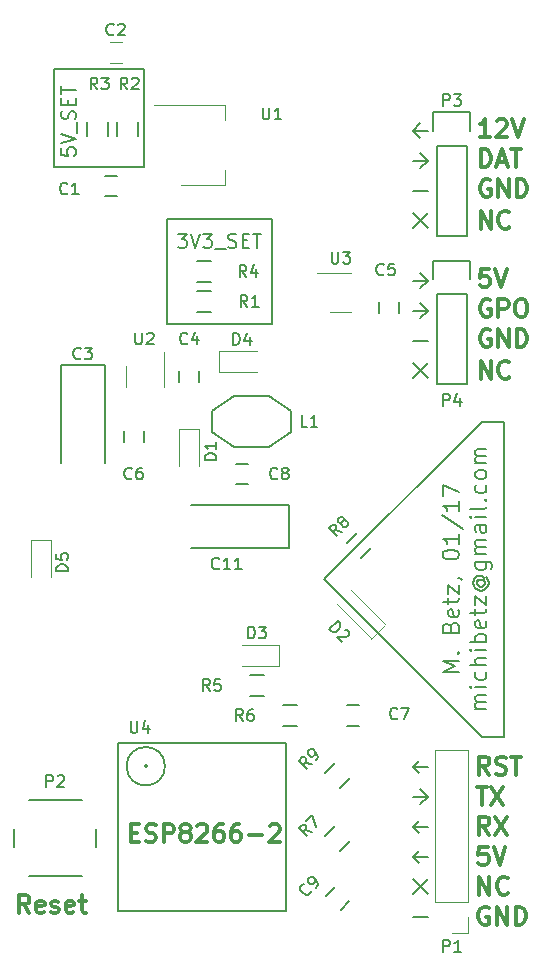
<source format=gbr>
G04 #@! TF.GenerationSoftware,KiCad,Pcbnew,no-vcs-found-7434~57~ubuntu16.04.1*
G04 #@! TF.CreationDate,2017-01-15T22:22:22-08:00*
G04 #@! TF.ProjectId,indLight,696E644C696768742E6B696361645F70,rev?*
G04 #@! TF.FileFunction,Legend,Top*
G04 #@! TF.FilePolarity,Positive*
%FSLAX46Y46*%
G04 Gerber Fmt 4.6, Leading zero omitted, Abs format (unit mm)*
G04 Created by KiCad (PCBNEW no-vcs-found-7434~57~ubuntu16.04.1) date Sun Jan 15 22:22:22 2017*
%MOMM*%
%LPD*%
G01*
G04 APERTURE LIST*
%ADD10C,0.100000*%
%ADD11C,0.200000*%
%ADD12C,0.300000*%
%ADD13C,0.120000*%
%ADD14C,0.150000*%
G04 APERTURE END LIST*
D10*
D11*
X91440000Y-85090000D02*
X93345000Y-85090000D01*
X91440000Y-111760000D02*
X93345000Y-111760000D01*
X85598000Y-127000000D02*
X86868000Y-127000000D01*
X85598000Y-114300000D02*
X86106000Y-114808000D01*
X85598000Y-114300000D02*
X86106000Y-113792000D01*
X85590000Y-114300000D02*
X86860000Y-114300000D01*
X85598000Y-121920000D02*
X86106000Y-122428000D01*
X85598000Y-121920000D02*
X86106000Y-121412000D01*
X85590000Y-121920000D02*
X86860000Y-121920000D01*
X85598000Y-119380000D02*
X86106000Y-118872000D01*
X85598000Y-119380000D02*
X86106000Y-119888000D01*
X85590000Y-123825000D02*
X86860000Y-125095000D01*
X86860000Y-116840000D02*
X86225000Y-117475000D01*
X85590000Y-119380000D02*
X86860000Y-119380000D01*
X85590000Y-125095000D02*
X86860000Y-123825000D01*
X85590000Y-116840000D02*
X86860000Y-116840000D01*
X86860000Y-116840000D02*
X86225000Y-116205000D01*
X86860000Y-75692000D02*
X86225000Y-76327000D01*
X85590000Y-62992000D02*
X86860000Y-62992000D01*
X85590000Y-73152000D02*
X86860000Y-73152000D01*
X85590000Y-67437000D02*
X86860000Y-68707000D01*
X85590000Y-78232000D02*
X86860000Y-78232000D01*
X86860000Y-60452000D02*
X85590000Y-60452000D01*
X85590000Y-81407000D02*
X86860000Y-80137000D01*
X85590000Y-60452000D02*
X86225000Y-59817000D01*
X86860000Y-62992000D02*
X86225000Y-63627000D01*
X85590000Y-68707000D02*
X86860000Y-67437000D01*
X85590000Y-60452000D02*
X86225000Y-61087000D01*
X86860000Y-73152000D02*
X86225000Y-72517000D01*
X86860000Y-62992000D02*
X86225000Y-62357000D01*
X86860000Y-75692000D02*
X86225000Y-75057000D01*
X86860000Y-73152000D02*
X86225000Y-73787000D01*
X85590000Y-80137000D02*
X86860000Y-81407000D01*
X85590000Y-65532000D02*
X86860000Y-65532000D01*
X85590000Y-75692000D02*
X86860000Y-75692000D01*
D12*
X91357142Y-68750571D02*
X91357142Y-67250571D01*
X92214285Y-68750571D01*
X92214285Y-67250571D01*
X93785714Y-68607714D02*
X93714285Y-68679142D01*
X93500000Y-68750571D01*
X93357142Y-68750571D01*
X93142857Y-68679142D01*
X93000000Y-68536285D01*
X92928571Y-68393428D01*
X92857142Y-68107714D01*
X92857142Y-67893428D01*
X92928571Y-67607714D01*
X93000000Y-67464857D01*
X93142857Y-67322000D01*
X93357142Y-67250571D01*
X93500000Y-67250571D01*
X93714285Y-67322000D01*
X93785714Y-67393428D01*
X91357142Y-81450571D02*
X91357142Y-79950571D01*
X92214285Y-81450571D01*
X92214285Y-79950571D01*
X93785714Y-81307714D02*
X93714285Y-81379142D01*
X93500000Y-81450571D01*
X93357142Y-81450571D01*
X93142857Y-81379142D01*
X93000000Y-81236285D01*
X92928571Y-81093428D01*
X92857142Y-80807714D01*
X92857142Y-80593428D01*
X92928571Y-80307714D01*
X93000000Y-80164857D01*
X93142857Y-80022000D01*
X93357142Y-79950571D01*
X93500000Y-79950571D01*
X93714285Y-80022000D01*
X93785714Y-80093428D01*
X92087285Y-114978571D02*
X91587285Y-114264285D01*
X91230142Y-114978571D02*
X91230142Y-113478571D01*
X91801571Y-113478571D01*
X91944428Y-113550000D01*
X92015857Y-113621428D01*
X92087285Y-113764285D01*
X92087285Y-113978571D01*
X92015857Y-114121428D01*
X91944428Y-114192857D01*
X91801571Y-114264285D01*
X91230142Y-114264285D01*
X92658714Y-114907142D02*
X92873000Y-114978571D01*
X93230142Y-114978571D01*
X93373000Y-114907142D01*
X93444428Y-114835714D01*
X93515857Y-114692857D01*
X93515857Y-114550000D01*
X93444428Y-114407142D01*
X93373000Y-114335714D01*
X93230142Y-114264285D01*
X92944428Y-114192857D01*
X92801571Y-114121428D01*
X92730142Y-114050000D01*
X92658714Y-113907142D01*
X92658714Y-113764285D01*
X92730142Y-113621428D01*
X92801571Y-113550000D01*
X92944428Y-113478571D01*
X93301571Y-113478571D01*
X93515857Y-113550000D01*
X93944428Y-113478571D02*
X94801571Y-113478571D01*
X94373000Y-114978571D02*
X94373000Y-113478571D01*
X91015857Y-116018571D02*
X91873000Y-116018571D01*
X91444428Y-117518571D02*
X91444428Y-116018571D01*
X92230142Y-116018571D02*
X93230142Y-117518571D01*
X93230142Y-116018571D02*
X92230142Y-117518571D01*
X92087285Y-120058571D02*
X91587285Y-119344285D01*
X91230142Y-120058571D02*
X91230142Y-118558571D01*
X91801571Y-118558571D01*
X91944428Y-118630000D01*
X92015857Y-118701428D01*
X92087285Y-118844285D01*
X92087285Y-119058571D01*
X92015857Y-119201428D01*
X91944428Y-119272857D01*
X91801571Y-119344285D01*
X91230142Y-119344285D01*
X92587285Y-118558571D02*
X93587285Y-120058571D01*
X93587285Y-118558571D02*
X92587285Y-120058571D01*
X91944428Y-121098571D02*
X91230142Y-121098571D01*
X91158714Y-121812857D01*
X91230142Y-121741428D01*
X91373000Y-121670000D01*
X91730142Y-121670000D01*
X91873000Y-121741428D01*
X91944428Y-121812857D01*
X92015857Y-121955714D01*
X92015857Y-122312857D01*
X91944428Y-122455714D01*
X91873000Y-122527142D01*
X91730142Y-122598571D01*
X91373000Y-122598571D01*
X91230142Y-122527142D01*
X91158714Y-122455714D01*
X92444428Y-121098571D02*
X92944428Y-122598571D01*
X93444428Y-121098571D01*
X91230142Y-125138571D02*
X91230142Y-123638571D01*
X92087285Y-125138571D01*
X92087285Y-123638571D01*
X93658714Y-124995714D02*
X93587285Y-125067142D01*
X93373000Y-125138571D01*
X93230142Y-125138571D01*
X93015857Y-125067142D01*
X92873000Y-124924285D01*
X92801571Y-124781428D01*
X92730142Y-124495714D01*
X92730142Y-124281428D01*
X92801571Y-123995714D01*
X92873000Y-123852857D01*
X93015857Y-123710000D01*
X93230142Y-123638571D01*
X93373000Y-123638571D01*
X93587285Y-123710000D01*
X93658714Y-123781428D01*
X92015857Y-126250000D02*
X91873000Y-126178571D01*
X91658714Y-126178571D01*
X91444428Y-126250000D01*
X91301571Y-126392857D01*
X91230142Y-126535714D01*
X91158714Y-126821428D01*
X91158714Y-127035714D01*
X91230142Y-127321428D01*
X91301571Y-127464285D01*
X91444428Y-127607142D01*
X91658714Y-127678571D01*
X91801571Y-127678571D01*
X92015857Y-127607142D01*
X92087285Y-127535714D01*
X92087285Y-127035714D01*
X91801571Y-127035714D01*
X92730142Y-127678571D02*
X92730142Y-126178571D01*
X93587285Y-127678571D01*
X93587285Y-126178571D01*
X94301571Y-127678571D02*
X94301571Y-126178571D01*
X94658714Y-126178571D01*
X94873000Y-126250000D01*
X95015857Y-126392857D01*
X95087285Y-126535714D01*
X95158714Y-126821428D01*
X95158714Y-127035714D01*
X95087285Y-127321428D01*
X95015857Y-127464285D01*
X94873000Y-127607142D01*
X94658714Y-127678571D01*
X94301571Y-127678571D01*
D11*
X65700714Y-69192857D02*
X66443571Y-69192857D01*
X66043571Y-69650000D01*
X66215000Y-69650000D01*
X66329285Y-69707142D01*
X66386428Y-69764285D01*
X66443571Y-69878571D01*
X66443571Y-70164285D01*
X66386428Y-70278571D01*
X66329285Y-70335714D01*
X66215000Y-70392857D01*
X65872142Y-70392857D01*
X65757857Y-70335714D01*
X65700714Y-70278571D01*
X66786428Y-69192857D02*
X67186428Y-70392857D01*
X67586428Y-69192857D01*
X67872142Y-69192857D02*
X68615000Y-69192857D01*
X68215000Y-69650000D01*
X68386428Y-69650000D01*
X68500714Y-69707142D01*
X68557857Y-69764285D01*
X68615000Y-69878571D01*
X68615000Y-70164285D01*
X68557857Y-70278571D01*
X68500714Y-70335714D01*
X68386428Y-70392857D01*
X68043571Y-70392857D01*
X67929285Y-70335714D01*
X67872142Y-70278571D01*
X68843571Y-70507142D02*
X69757857Y-70507142D01*
X69986428Y-70335714D02*
X70157857Y-70392857D01*
X70443571Y-70392857D01*
X70557857Y-70335714D01*
X70615000Y-70278571D01*
X70672142Y-70164285D01*
X70672142Y-70050000D01*
X70615000Y-69935714D01*
X70557857Y-69878571D01*
X70443571Y-69821428D01*
X70215000Y-69764285D01*
X70100714Y-69707142D01*
X70043571Y-69650000D01*
X69986428Y-69535714D01*
X69986428Y-69421428D01*
X70043571Y-69307142D01*
X70100714Y-69250000D01*
X70215000Y-69192857D01*
X70500714Y-69192857D01*
X70672142Y-69250000D01*
X71186428Y-69764285D02*
X71586428Y-69764285D01*
X71757857Y-70392857D02*
X71186428Y-70392857D01*
X71186428Y-69192857D01*
X71757857Y-69192857D01*
X72100714Y-69192857D02*
X72786428Y-69192857D01*
X72443571Y-70392857D02*
X72443571Y-69192857D01*
X55857857Y-61947142D02*
X55857857Y-62518571D01*
X56429285Y-62575714D01*
X56372142Y-62518571D01*
X56315000Y-62404285D01*
X56315000Y-62118571D01*
X56372142Y-62004285D01*
X56429285Y-61947142D01*
X56543571Y-61890000D01*
X56829285Y-61890000D01*
X56943571Y-61947142D01*
X57000714Y-62004285D01*
X57057857Y-62118571D01*
X57057857Y-62404285D01*
X57000714Y-62518571D01*
X56943571Y-62575714D01*
X55857857Y-61547142D02*
X57057857Y-61147142D01*
X55857857Y-60747142D01*
X57172142Y-60632857D02*
X57172142Y-59718571D01*
X57000714Y-59490000D02*
X57057857Y-59318571D01*
X57057857Y-59032857D01*
X57000714Y-58918571D01*
X56943571Y-58861428D01*
X56829285Y-58804285D01*
X56715000Y-58804285D01*
X56600714Y-58861428D01*
X56543571Y-58918571D01*
X56486428Y-59032857D01*
X56429285Y-59261428D01*
X56372142Y-59375714D01*
X56315000Y-59432857D01*
X56200714Y-59490000D01*
X56086428Y-59490000D01*
X55972142Y-59432857D01*
X55915000Y-59375714D01*
X55857857Y-59261428D01*
X55857857Y-58975714D01*
X55915000Y-58804285D01*
X56429285Y-58290000D02*
X56429285Y-57890000D01*
X57057857Y-57718571D02*
X57057857Y-58290000D01*
X55857857Y-58290000D01*
X55857857Y-57718571D01*
X55857857Y-57375714D02*
X55857857Y-56690000D01*
X57057857Y-57032857D02*
X55857857Y-57032857D01*
X62865000Y-63500000D02*
X62865000Y-55245000D01*
X55245000Y-63500000D02*
X62865000Y-63500000D01*
X55245000Y-55245000D02*
X55245000Y-63500000D01*
X62865000Y-55245000D02*
X55245000Y-55245000D01*
D12*
X53142857Y-126678571D02*
X52642857Y-125964285D01*
X52285714Y-126678571D02*
X52285714Y-125178571D01*
X52857142Y-125178571D01*
X53000000Y-125250000D01*
X53071428Y-125321428D01*
X53142857Y-125464285D01*
X53142857Y-125678571D01*
X53071428Y-125821428D01*
X53000000Y-125892857D01*
X52857142Y-125964285D01*
X52285714Y-125964285D01*
X54357142Y-126607142D02*
X54214285Y-126678571D01*
X53928571Y-126678571D01*
X53785714Y-126607142D01*
X53714285Y-126464285D01*
X53714285Y-125892857D01*
X53785714Y-125750000D01*
X53928571Y-125678571D01*
X54214285Y-125678571D01*
X54357142Y-125750000D01*
X54428571Y-125892857D01*
X54428571Y-126035714D01*
X53714285Y-126178571D01*
X55000000Y-126607142D02*
X55142857Y-126678571D01*
X55428571Y-126678571D01*
X55571428Y-126607142D01*
X55642857Y-126464285D01*
X55642857Y-126392857D01*
X55571428Y-126250000D01*
X55428571Y-126178571D01*
X55214285Y-126178571D01*
X55071428Y-126107142D01*
X55000000Y-125964285D01*
X55000000Y-125892857D01*
X55071428Y-125750000D01*
X55214285Y-125678571D01*
X55428571Y-125678571D01*
X55571428Y-125750000D01*
X56857142Y-126607142D02*
X56714285Y-126678571D01*
X56428571Y-126678571D01*
X56285714Y-126607142D01*
X56214285Y-126464285D01*
X56214285Y-125892857D01*
X56285714Y-125750000D01*
X56428571Y-125678571D01*
X56714285Y-125678571D01*
X56857142Y-125750000D01*
X56928571Y-125892857D01*
X56928571Y-126035714D01*
X56214285Y-126178571D01*
X57357142Y-125678571D02*
X57928571Y-125678571D01*
X57571428Y-125178571D02*
X57571428Y-126464285D01*
X57642857Y-126607142D01*
X57785714Y-126678571D01*
X57928571Y-126678571D01*
X61714285Y-119892857D02*
X62214285Y-119892857D01*
X62428571Y-120678571D02*
X61714285Y-120678571D01*
X61714285Y-119178571D01*
X62428571Y-119178571D01*
X63000000Y-120607142D02*
X63214285Y-120678571D01*
X63571428Y-120678571D01*
X63714285Y-120607142D01*
X63785714Y-120535714D01*
X63857142Y-120392857D01*
X63857142Y-120250000D01*
X63785714Y-120107142D01*
X63714285Y-120035714D01*
X63571428Y-119964285D01*
X63285714Y-119892857D01*
X63142857Y-119821428D01*
X63071428Y-119750000D01*
X63000000Y-119607142D01*
X63000000Y-119464285D01*
X63071428Y-119321428D01*
X63142857Y-119250000D01*
X63285714Y-119178571D01*
X63642857Y-119178571D01*
X63857142Y-119250000D01*
X64500000Y-120678571D02*
X64500000Y-119178571D01*
X65071428Y-119178571D01*
X65214285Y-119250000D01*
X65285714Y-119321428D01*
X65357142Y-119464285D01*
X65357142Y-119678571D01*
X65285714Y-119821428D01*
X65214285Y-119892857D01*
X65071428Y-119964285D01*
X64500000Y-119964285D01*
X66214285Y-119821428D02*
X66071428Y-119750000D01*
X66000000Y-119678571D01*
X65928571Y-119535714D01*
X65928571Y-119464285D01*
X66000000Y-119321428D01*
X66071428Y-119250000D01*
X66214285Y-119178571D01*
X66500000Y-119178571D01*
X66642857Y-119250000D01*
X66714285Y-119321428D01*
X66785714Y-119464285D01*
X66785714Y-119535714D01*
X66714285Y-119678571D01*
X66642857Y-119750000D01*
X66500000Y-119821428D01*
X66214285Y-119821428D01*
X66071428Y-119892857D01*
X66000000Y-119964285D01*
X65928571Y-120107142D01*
X65928571Y-120392857D01*
X66000000Y-120535714D01*
X66071428Y-120607142D01*
X66214285Y-120678571D01*
X66500000Y-120678571D01*
X66642857Y-120607142D01*
X66714285Y-120535714D01*
X66785714Y-120392857D01*
X66785714Y-120107142D01*
X66714285Y-119964285D01*
X66642857Y-119892857D01*
X66500000Y-119821428D01*
X67357142Y-119321428D02*
X67428571Y-119250000D01*
X67571428Y-119178571D01*
X67928571Y-119178571D01*
X68071428Y-119250000D01*
X68142857Y-119321428D01*
X68214285Y-119464285D01*
X68214285Y-119607142D01*
X68142857Y-119821428D01*
X67285714Y-120678571D01*
X68214285Y-120678571D01*
X69500000Y-119178571D02*
X69214285Y-119178571D01*
X69071428Y-119250000D01*
X69000000Y-119321428D01*
X68857142Y-119535714D01*
X68785714Y-119821428D01*
X68785714Y-120392857D01*
X68857142Y-120535714D01*
X68928571Y-120607142D01*
X69071428Y-120678571D01*
X69357142Y-120678571D01*
X69500000Y-120607142D01*
X69571428Y-120535714D01*
X69642857Y-120392857D01*
X69642857Y-120035714D01*
X69571428Y-119892857D01*
X69500000Y-119821428D01*
X69357142Y-119750000D01*
X69071428Y-119750000D01*
X68928571Y-119821428D01*
X68857142Y-119892857D01*
X68785714Y-120035714D01*
X70928571Y-119178571D02*
X70642857Y-119178571D01*
X70500000Y-119250000D01*
X70428571Y-119321428D01*
X70285714Y-119535714D01*
X70214285Y-119821428D01*
X70214285Y-120392857D01*
X70285714Y-120535714D01*
X70357142Y-120607142D01*
X70500000Y-120678571D01*
X70785714Y-120678571D01*
X70928571Y-120607142D01*
X71000000Y-120535714D01*
X71071428Y-120392857D01*
X71071428Y-120035714D01*
X71000000Y-119892857D01*
X70928571Y-119821428D01*
X70785714Y-119750000D01*
X70500000Y-119750000D01*
X70357142Y-119821428D01*
X70285714Y-119892857D01*
X70214285Y-120035714D01*
X71714285Y-120107142D02*
X72857142Y-120107142D01*
X73500000Y-119321428D02*
X73571428Y-119250000D01*
X73714285Y-119178571D01*
X74071428Y-119178571D01*
X74214285Y-119250000D01*
X74285714Y-119321428D01*
X74357142Y-119464285D01*
X74357142Y-119607142D01*
X74285714Y-119821428D01*
X73428571Y-120678571D01*
X74357142Y-120678571D01*
D11*
X91440000Y-85090000D02*
X78105000Y-98425000D01*
X91440000Y-111760000D02*
X78105000Y-98425000D01*
X93345000Y-85090000D02*
X93345000Y-111760000D01*
X89533333Y-106291666D02*
X88133333Y-106291666D01*
X89133333Y-105825000D01*
X88133333Y-105358333D01*
X89533333Y-105358333D01*
X89400000Y-104691666D02*
X89466666Y-104625000D01*
X89533333Y-104691666D01*
X89466666Y-104758333D01*
X89400000Y-104691666D01*
X89533333Y-104691666D01*
X88800000Y-102491666D02*
X88866666Y-102291666D01*
X88933333Y-102225000D01*
X89066666Y-102158333D01*
X89266666Y-102158333D01*
X89400000Y-102225000D01*
X89466666Y-102291666D01*
X89533333Y-102425000D01*
X89533333Y-102958333D01*
X88133333Y-102958333D01*
X88133333Y-102491666D01*
X88200000Y-102358333D01*
X88266666Y-102291666D01*
X88400000Y-102225000D01*
X88533333Y-102225000D01*
X88666666Y-102291666D01*
X88733333Y-102358333D01*
X88800000Y-102491666D01*
X88800000Y-102958333D01*
X89466666Y-101025000D02*
X89533333Y-101158333D01*
X89533333Y-101425000D01*
X89466666Y-101558333D01*
X89333333Y-101625000D01*
X88800000Y-101625000D01*
X88666666Y-101558333D01*
X88600000Y-101425000D01*
X88600000Y-101158333D01*
X88666666Y-101025000D01*
X88800000Y-100958333D01*
X88933333Y-100958333D01*
X89066666Y-101625000D01*
X88600000Y-100558333D02*
X88600000Y-100025000D01*
X88133333Y-100358333D02*
X89333333Y-100358333D01*
X89466666Y-100291666D01*
X89533333Y-100158333D01*
X89533333Y-100025000D01*
X88600000Y-99691666D02*
X88600000Y-98958333D01*
X89533333Y-99691666D01*
X89533333Y-98958333D01*
X89466666Y-98358333D02*
X89533333Y-98358333D01*
X89666666Y-98425000D01*
X89733333Y-98491666D01*
X88133333Y-96425000D02*
X88133333Y-96291666D01*
X88200000Y-96158333D01*
X88266666Y-96091666D01*
X88400000Y-96025000D01*
X88666666Y-95958333D01*
X89000000Y-95958333D01*
X89266666Y-96025000D01*
X89400000Y-96091666D01*
X89466666Y-96158333D01*
X89533333Y-96291666D01*
X89533333Y-96425000D01*
X89466666Y-96558333D01*
X89400000Y-96625000D01*
X89266666Y-96691666D01*
X89000000Y-96758333D01*
X88666666Y-96758333D01*
X88400000Y-96691666D01*
X88266666Y-96625000D01*
X88200000Y-96558333D01*
X88133333Y-96425000D01*
X89533333Y-94625000D02*
X89533333Y-95425000D01*
X89533333Y-95025000D02*
X88133333Y-95025000D01*
X88333333Y-95158333D01*
X88466666Y-95291666D01*
X88533333Y-95425000D01*
X88066666Y-93025000D02*
X89866666Y-94225000D01*
X89533333Y-91825000D02*
X89533333Y-92625000D01*
X89533333Y-92225000D02*
X88133333Y-92225000D01*
X88333333Y-92358333D01*
X88466666Y-92491666D01*
X88533333Y-92625000D01*
X88133333Y-91358333D02*
X88133333Y-90425000D01*
X89533333Y-91025000D01*
X91833333Y-109425000D02*
X90900000Y-109425000D01*
X91033333Y-109425000D02*
X90966666Y-109358333D01*
X90900000Y-109225000D01*
X90900000Y-109025000D01*
X90966666Y-108891666D01*
X91100000Y-108825000D01*
X91833333Y-108825000D01*
X91100000Y-108825000D02*
X90966666Y-108758333D01*
X90900000Y-108625000D01*
X90900000Y-108425000D01*
X90966666Y-108291666D01*
X91100000Y-108225000D01*
X91833333Y-108225000D01*
X91833333Y-107558333D02*
X90900000Y-107558333D01*
X90433333Y-107558333D02*
X90500000Y-107625000D01*
X90566666Y-107558333D01*
X90500000Y-107491666D01*
X90433333Y-107558333D01*
X90566666Y-107558333D01*
X91766666Y-106291666D02*
X91833333Y-106425000D01*
X91833333Y-106691666D01*
X91766666Y-106825000D01*
X91700000Y-106891666D01*
X91566666Y-106958333D01*
X91166666Y-106958333D01*
X91033333Y-106891666D01*
X90966666Y-106825000D01*
X90900000Y-106691666D01*
X90900000Y-106425000D01*
X90966666Y-106291666D01*
X91833333Y-105691666D02*
X90433333Y-105691666D01*
X91833333Y-105091666D02*
X91100000Y-105091666D01*
X90966666Y-105158333D01*
X90900000Y-105291666D01*
X90900000Y-105491666D01*
X90966666Y-105625000D01*
X91033333Y-105691666D01*
X91833333Y-104425000D02*
X90900000Y-104425000D01*
X90433333Y-104425000D02*
X90500000Y-104491666D01*
X90566666Y-104425000D01*
X90500000Y-104358333D01*
X90433333Y-104425000D01*
X90566666Y-104425000D01*
X91833333Y-103758333D02*
X90433333Y-103758333D01*
X90966666Y-103758333D02*
X90900000Y-103625000D01*
X90900000Y-103358333D01*
X90966666Y-103225000D01*
X91033333Y-103158333D01*
X91166666Y-103091666D01*
X91566666Y-103091666D01*
X91700000Y-103158333D01*
X91766666Y-103225000D01*
X91833333Y-103358333D01*
X91833333Y-103625000D01*
X91766666Y-103758333D01*
X91766666Y-101958333D02*
X91833333Y-102091666D01*
X91833333Y-102358333D01*
X91766666Y-102491666D01*
X91633333Y-102558333D01*
X91100000Y-102558333D01*
X90966666Y-102491666D01*
X90900000Y-102358333D01*
X90900000Y-102091666D01*
X90966666Y-101958333D01*
X91100000Y-101891666D01*
X91233333Y-101891666D01*
X91366666Y-102558333D01*
X90900000Y-101491666D02*
X90900000Y-100958333D01*
X90433333Y-101291666D02*
X91633333Y-101291666D01*
X91766666Y-101225000D01*
X91833333Y-101091666D01*
X91833333Y-100958333D01*
X90900000Y-100625000D02*
X90900000Y-99891666D01*
X91833333Y-100625000D01*
X91833333Y-99891666D01*
X91166666Y-98491666D02*
X91100000Y-98558333D01*
X91033333Y-98691666D01*
X91033333Y-98825000D01*
X91100000Y-98958333D01*
X91166666Y-99025000D01*
X91300000Y-99091666D01*
X91433333Y-99091666D01*
X91566666Y-99025000D01*
X91633333Y-98958333D01*
X91700000Y-98825000D01*
X91700000Y-98691666D01*
X91633333Y-98558333D01*
X91566666Y-98491666D01*
X91033333Y-98491666D02*
X91566666Y-98491666D01*
X91633333Y-98425000D01*
X91633333Y-98358333D01*
X91566666Y-98225000D01*
X91433333Y-98158333D01*
X91100000Y-98158333D01*
X90900000Y-98291666D01*
X90766666Y-98491666D01*
X90700000Y-98758333D01*
X90766666Y-99025000D01*
X90900000Y-99225000D01*
X91100000Y-99358333D01*
X91366666Y-99425000D01*
X91633333Y-99358333D01*
X91833333Y-99225000D01*
X91966666Y-99025000D01*
X92033333Y-98758333D01*
X91966666Y-98491666D01*
X91833333Y-98291666D01*
X90900000Y-96958333D02*
X92033333Y-96958333D01*
X92166666Y-97025000D01*
X92233333Y-97091666D01*
X92300000Y-97225000D01*
X92300000Y-97425000D01*
X92233333Y-97558333D01*
X91766666Y-96958333D02*
X91833333Y-97091666D01*
X91833333Y-97358333D01*
X91766666Y-97491666D01*
X91700000Y-97558333D01*
X91566666Y-97625000D01*
X91166666Y-97625000D01*
X91033333Y-97558333D01*
X90966666Y-97491666D01*
X90900000Y-97358333D01*
X90900000Y-97091666D01*
X90966666Y-96958333D01*
X91833333Y-96291666D02*
X90900000Y-96291666D01*
X91033333Y-96291666D02*
X90966666Y-96225000D01*
X90900000Y-96091666D01*
X90900000Y-95891666D01*
X90966666Y-95758333D01*
X91100000Y-95691666D01*
X91833333Y-95691666D01*
X91100000Y-95691666D02*
X90966666Y-95625000D01*
X90900000Y-95491666D01*
X90900000Y-95291666D01*
X90966666Y-95158333D01*
X91100000Y-95091666D01*
X91833333Y-95091666D01*
X91833333Y-93825000D02*
X91100000Y-93825000D01*
X90966666Y-93891666D01*
X90900000Y-94025000D01*
X90900000Y-94291666D01*
X90966666Y-94425000D01*
X91766666Y-93825000D02*
X91833333Y-93958333D01*
X91833333Y-94291666D01*
X91766666Y-94425000D01*
X91633333Y-94491666D01*
X91500000Y-94491666D01*
X91366666Y-94425000D01*
X91300000Y-94291666D01*
X91300000Y-93958333D01*
X91233333Y-93825000D01*
X91833333Y-93158333D02*
X90900000Y-93158333D01*
X90433333Y-93158333D02*
X90500000Y-93225000D01*
X90566666Y-93158333D01*
X90500000Y-93091666D01*
X90433333Y-93158333D01*
X90566666Y-93158333D01*
X91833333Y-92291666D02*
X91766666Y-92425000D01*
X91633333Y-92491666D01*
X90433333Y-92491666D01*
X91700000Y-91758333D02*
X91766666Y-91691666D01*
X91833333Y-91758333D01*
X91766666Y-91825000D01*
X91700000Y-91758333D01*
X91833333Y-91758333D01*
X91766666Y-90491666D02*
X91833333Y-90625000D01*
X91833333Y-90891666D01*
X91766666Y-91025000D01*
X91700000Y-91091666D01*
X91566666Y-91158333D01*
X91166666Y-91158333D01*
X91033333Y-91091666D01*
X90966666Y-91025000D01*
X90900000Y-90891666D01*
X90900000Y-90625000D01*
X90966666Y-90491666D01*
X91833333Y-89691666D02*
X91766666Y-89825000D01*
X91700000Y-89891666D01*
X91566666Y-89958333D01*
X91166666Y-89958333D01*
X91033333Y-89891666D01*
X90966666Y-89825000D01*
X90900000Y-89691666D01*
X90900000Y-89491666D01*
X90966666Y-89358333D01*
X91033333Y-89291666D01*
X91166666Y-89225000D01*
X91566666Y-89225000D01*
X91700000Y-89291666D01*
X91766666Y-89358333D01*
X91833333Y-89491666D01*
X91833333Y-89691666D01*
X91833333Y-88625000D02*
X90900000Y-88625000D01*
X91033333Y-88625000D02*
X90966666Y-88558333D01*
X90900000Y-88425000D01*
X90900000Y-88225000D01*
X90966666Y-88091666D01*
X91100000Y-88025000D01*
X91833333Y-88025000D01*
X91100000Y-88025000D02*
X90966666Y-87958333D01*
X90900000Y-87825000D01*
X90900000Y-87625000D01*
X90966666Y-87491666D01*
X91100000Y-87425000D01*
X91833333Y-87425000D01*
X64770000Y-67945000D02*
X64770000Y-71120000D01*
X73660000Y-67945000D02*
X64770000Y-67945000D01*
X73660000Y-76835000D02*
X73660000Y-67945000D01*
X64770000Y-76835000D02*
X73660000Y-76835000D01*
X64770000Y-71120000D02*
X64770000Y-76835000D01*
D12*
X92142857Y-77355000D02*
X92000000Y-77283571D01*
X91785714Y-77283571D01*
X91571428Y-77355000D01*
X91428571Y-77497857D01*
X91357142Y-77640714D01*
X91285714Y-77926428D01*
X91285714Y-78140714D01*
X91357142Y-78426428D01*
X91428571Y-78569285D01*
X91571428Y-78712142D01*
X91785714Y-78783571D01*
X91928571Y-78783571D01*
X92142857Y-78712142D01*
X92214285Y-78640714D01*
X92214285Y-78140714D01*
X91928571Y-78140714D01*
X92857142Y-78783571D02*
X92857142Y-77283571D01*
X93714285Y-78783571D01*
X93714285Y-77283571D01*
X94428571Y-78783571D02*
X94428571Y-77283571D01*
X94785714Y-77283571D01*
X95000000Y-77355000D01*
X95142857Y-77497857D01*
X95214285Y-77640714D01*
X95285714Y-77926428D01*
X95285714Y-78140714D01*
X95214285Y-78426428D01*
X95142857Y-78569285D01*
X95000000Y-78712142D01*
X94785714Y-78783571D01*
X94428571Y-78783571D01*
X92071428Y-72203571D02*
X91357142Y-72203571D01*
X91285714Y-72917857D01*
X91357142Y-72846428D01*
X91500000Y-72775000D01*
X91857142Y-72775000D01*
X92000000Y-72846428D01*
X92071428Y-72917857D01*
X92142857Y-73060714D01*
X92142857Y-73417857D01*
X92071428Y-73560714D01*
X92000000Y-73632142D01*
X91857142Y-73703571D01*
X91500000Y-73703571D01*
X91357142Y-73632142D01*
X91285714Y-73560714D01*
X92571428Y-72203571D02*
X93071428Y-73703571D01*
X93571428Y-72203571D01*
X92142857Y-74815000D02*
X92000000Y-74743571D01*
X91785714Y-74743571D01*
X91571428Y-74815000D01*
X91428571Y-74957857D01*
X91357142Y-75100714D01*
X91285714Y-75386428D01*
X91285714Y-75600714D01*
X91357142Y-75886428D01*
X91428571Y-76029285D01*
X91571428Y-76172142D01*
X91785714Y-76243571D01*
X91928571Y-76243571D01*
X92142857Y-76172142D01*
X92214285Y-76100714D01*
X92214285Y-75600714D01*
X91928571Y-75600714D01*
X92857142Y-76243571D02*
X92857142Y-74743571D01*
X93428571Y-74743571D01*
X93571428Y-74815000D01*
X93642857Y-74886428D01*
X93714285Y-75029285D01*
X93714285Y-75243571D01*
X93642857Y-75386428D01*
X93571428Y-75457857D01*
X93428571Y-75529285D01*
X92857142Y-75529285D01*
X94642857Y-74743571D02*
X94928571Y-74743571D01*
X95071428Y-74815000D01*
X95214285Y-74957857D01*
X95285714Y-75243571D01*
X95285714Y-75743571D01*
X95214285Y-76029285D01*
X95071428Y-76172142D01*
X94928571Y-76243571D01*
X94642857Y-76243571D01*
X94500000Y-76172142D01*
X94357142Y-76029285D01*
X94285714Y-75743571D01*
X94285714Y-75243571D01*
X94357142Y-74957857D01*
X94500000Y-74815000D01*
X94642857Y-74743571D01*
X92142857Y-64655000D02*
X92000000Y-64583571D01*
X91785714Y-64583571D01*
X91571428Y-64655000D01*
X91428571Y-64797857D01*
X91357142Y-64940714D01*
X91285714Y-65226428D01*
X91285714Y-65440714D01*
X91357142Y-65726428D01*
X91428571Y-65869285D01*
X91571428Y-66012142D01*
X91785714Y-66083571D01*
X91928571Y-66083571D01*
X92142857Y-66012142D01*
X92214285Y-65940714D01*
X92214285Y-65440714D01*
X91928571Y-65440714D01*
X92857142Y-66083571D02*
X92857142Y-64583571D01*
X93714285Y-66083571D01*
X93714285Y-64583571D01*
X94428571Y-66083571D02*
X94428571Y-64583571D01*
X94785714Y-64583571D01*
X95000000Y-64655000D01*
X95142857Y-64797857D01*
X95214285Y-64940714D01*
X95285714Y-65226428D01*
X95285714Y-65440714D01*
X95214285Y-65726428D01*
X95142857Y-65869285D01*
X95000000Y-66012142D01*
X94785714Y-66083571D01*
X94428571Y-66083571D01*
X91357142Y-63543571D02*
X91357142Y-62043571D01*
X91714285Y-62043571D01*
X91928571Y-62115000D01*
X92071428Y-62257857D01*
X92142857Y-62400714D01*
X92214285Y-62686428D01*
X92214285Y-62900714D01*
X92142857Y-63186428D01*
X92071428Y-63329285D01*
X91928571Y-63472142D01*
X91714285Y-63543571D01*
X91357142Y-63543571D01*
X92785714Y-63115000D02*
X93500000Y-63115000D01*
X92642857Y-63543571D02*
X93142857Y-62043571D01*
X93642857Y-63543571D01*
X93928571Y-62043571D02*
X94785714Y-62043571D01*
X94357142Y-63543571D02*
X94357142Y-62043571D01*
X92142857Y-61003571D02*
X91285714Y-61003571D01*
X91714285Y-61003571D02*
X91714285Y-59503571D01*
X91571428Y-59717857D01*
X91428571Y-59860714D01*
X91285714Y-59932142D01*
X92714285Y-59646428D02*
X92785714Y-59575000D01*
X92928571Y-59503571D01*
X93285714Y-59503571D01*
X93428571Y-59575000D01*
X93500000Y-59646428D01*
X93571428Y-59789285D01*
X93571428Y-59932142D01*
X93500000Y-60146428D01*
X92642857Y-61003571D01*
X93571428Y-61003571D01*
X94000000Y-59503571D02*
X94500000Y-61003571D01*
X95000000Y-59503571D01*
D13*
X69726499Y-65081897D02*
X69726499Y-63821897D01*
X69726499Y-58261897D02*
X69726499Y-59521897D01*
X65966499Y-65081897D02*
X69726499Y-65081897D01*
X63716499Y-58261897D02*
X69726499Y-58261897D01*
D14*
X90170000Y-61722000D02*
X90170000Y-69342000D01*
X87630000Y-61722000D02*
X87630000Y-69342000D01*
X87350000Y-58902000D02*
X87350000Y-60452000D01*
X90170000Y-69342000D02*
X87630000Y-69342000D01*
X87630000Y-61722000D02*
X90170000Y-61722000D01*
X90450000Y-60452000D02*
X90450000Y-58902000D01*
X90450000Y-58902000D02*
X87350000Y-58902000D01*
X90450000Y-71475000D02*
X87350000Y-71475000D01*
X90450000Y-73025000D02*
X90450000Y-71475000D01*
X87630000Y-74295000D02*
X90170000Y-74295000D01*
X90170000Y-81915000D02*
X87630000Y-81915000D01*
X87350000Y-71475000D02*
X87350000Y-73025000D01*
X87630000Y-74295000D02*
X87630000Y-81915000D01*
X90170000Y-74295000D02*
X90170000Y-81915000D01*
D13*
X67525000Y-85730000D02*
X65825000Y-85730000D01*
X65825000Y-85730000D02*
X65825000Y-88880000D01*
X67525000Y-85730000D02*
X67525000Y-88880000D01*
X74290000Y-105752000D02*
X71140000Y-105752000D01*
X74290000Y-104052000D02*
X71140000Y-104052000D01*
X74290000Y-105752000D02*
X74290000Y-104052000D01*
X69220000Y-79160000D02*
X69220000Y-80860000D01*
X69220000Y-80860000D02*
X72370000Y-80860000D01*
X69220000Y-79160000D02*
X72370000Y-79160000D01*
X54952000Y-95128000D02*
X54952000Y-98278000D01*
X53252000Y-95128000D02*
X53252000Y-98278000D01*
X54952000Y-95128000D02*
X53252000Y-95128000D01*
X78602000Y-75778000D02*
X80402000Y-75778000D01*
X80402000Y-72558000D02*
X77452000Y-72558000D01*
X60952000Y-52998000D02*
X59952000Y-52998000D01*
X59952000Y-54698000D02*
X60952000Y-54698000D01*
X64522982Y-82154168D02*
X64522982Y-79204168D01*
X61302982Y-80354168D02*
X61302982Y-82154168D01*
D14*
X70485000Y-87249000D02*
X68580000Y-85979000D01*
X73406000Y-87249000D02*
X70485000Y-87249000D01*
X75311000Y-85979000D02*
X73406000Y-87249000D01*
X75311000Y-84170194D02*
X73406000Y-82900194D01*
X73406000Y-82900194D02*
X70485000Y-82900194D01*
X70485000Y-82900194D02*
X68580000Y-84170194D01*
X75311000Y-85979000D02*
X75311000Y-84201000D01*
X68580000Y-85979000D02*
X68580000Y-84201000D01*
X58820000Y-121110000D02*
X58820000Y-119610000D01*
X57570000Y-117110000D02*
X53070000Y-117110000D01*
X51820000Y-119610000D02*
X51820000Y-121110000D01*
X53070000Y-123610000D02*
X57570000Y-123610000D01*
X80018000Y-110832000D02*
X81018000Y-110832000D01*
X81018000Y-109132000D02*
X80018000Y-109132000D01*
X78205017Y-114867546D02*
X79053546Y-114019017D01*
X80290983Y-115256454D02*
X79442454Y-116104983D01*
D13*
X90290000Y-128390000D02*
X88900000Y-128390000D01*
X90290000Y-127000000D02*
X90290000Y-128390000D01*
X87510000Y-125730000D02*
X90290000Y-125730000D01*
X87510000Y-112910000D02*
X87510000Y-125730000D01*
X90290000Y-112910000D02*
X87510000Y-112910000D01*
X90290000Y-125730000D02*
X90290000Y-112910000D01*
D14*
X75150000Y-95830000D02*
X66850000Y-95830000D01*
X75150000Y-92130000D02*
X66850000Y-92130000D01*
X75150000Y-95830000D02*
X75150000Y-92130000D01*
X79993467Y-95393174D02*
X80841996Y-94544645D01*
X82079433Y-95782082D02*
X81230904Y-96630611D01*
D13*
X82040821Y-103445580D02*
X79177038Y-100581798D01*
X83242902Y-102243499D02*
X80379120Y-99379716D01*
X82076176Y-103480936D02*
X83278258Y-102278854D01*
D14*
X62826000Y-86860000D02*
X62826000Y-85860000D01*
X61126000Y-85860000D02*
X61126000Y-86860000D01*
X67345000Y-74055000D02*
X68545000Y-74055000D01*
X68545000Y-75805000D02*
X67345000Y-75805000D01*
X67345000Y-71515000D02*
X68545000Y-71515000D01*
X68545000Y-73265000D02*
X67345000Y-73265000D01*
X59508000Y-80298000D02*
X59508000Y-88598000D01*
X55808000Y-80298000D02*
X55808000Y-88598000D01*
X59508000Y-80298000D02*
X55808000Y-80298000D01*
X60627000Y-112292000D02*
X74827000Y-112292000D01*
X74827000Y-112292000D02*
X74827000Y-126492000D01*
X74827000Y-126492000D02*
X60627000Y-126492000D01*
X60627000Y-126492000D02*
X60627000Y-112292000D01*
X64618394Y-114276000D02*
G75*
G03X64618394Y-114276000I-1626394J0D01*
G01*
X63119000Y-114276000D02*
G75*
G03X63119000Y-114276000I-127000J0D01*
G01*
X65825000Y-80780000D02*
X65825000Y-81780000D01*
X67525000Y-81780000D02*
X67525000Y-80780000D01*
X80290983Y-120590454D02*
X79442454Y-121438983D01*
X78205017Y-120201546D02*
X79053546Y-119353017D01*
X59574719Y-66004507D02*
X60574719Y-66004507D01*
X60574719Y-64304507D02*
X59574719Y-64304507D01*
X84416000Y-75938000D02*
X84416000Y-74938000D01*
X82716000Y-74938000D02*
X82716000Y-75938000D01*
X79000513Y-124521406D02*
X78293406Y-125228513D01*
X79495487Y-126430594D02*
X80202594Y-125723487D01*
X60591499Y-60921897D02*
X60591499Y-59721897D01*
X62341499Y-59721897D02*
X62341499Y-60921897D01*
X59801499Y-59721897D02*
X59801499Y-60921897D01*
X58051499Y-60921897D02*
X58051499Y-59721897D01*
X71790000Y-106567000D02*
X72990000Y-106567000D01*
X72990000Y-108317000D02*
X71790000Y-108317000D01*
X75784000Y-110857000D02*
X74584000Y-110857000D01*
X74584000Y-109107000D02*
X75784000Y-109107000D01*
X70620000Y-90385000D02*
X71620000Y-90385000D01*
X71620000Y-88685000D02*
X70620000Y-88685000D01*
X72898095Y-58507380D02*
X72898095Y-59316904D01*
X72945714Y-59412142D01*
X72993333Y-59459761D01*
X73088571Y-59507380D01*
X73279047Y-59507380D01*
X73374285Y-59459761D01*
X73421904Y-59412142D01*
X73469523Y-59316904D01*
X73469523Y-58507380D01*
X74469523Y-59507380D02*
X73898095Y-59507380D01*
X74183809Y-59507380D02*
X74183809Y-58507380D01*
X74088571Y-58650238D01*
X73993333Y-58745476D01*
X73898095Y-58793095D01*
X88161904Y-58364380D02*
X88161904Y-57364380D01*
X88542857Y-57364380D01*
X88638095Y-57412000D01*
X88685714Y-57459619D01*
X88733333Y-57554857D01*
X88733333Y-57697714D01*
X88685714Y-57792952D01*
X88638095Y-57840571D01*
X88542857Y-57888190D01*
X88161904Y-57888190D01*
X89066666Y-57364380D02*
X89685714Y-57364380D01*
X89352380Y-57745333D01*
X89495238Y-57745333D01*
X89590476Y-57792952D01*
X89638095Y-57840571D01*
X89685714Y-57935809D01*
X89685714Y-58173904D01*
X89638095Y-58269142D01*
X89590476Y-58316761D01*
X89495238Y-58364380D01*
X89209523Y-58364380D01*
X89114285Y-58316761D01*
X89066666Y-58269142D01*
X88161904Y-83764380D02*
X88161904Y-82764380D01*
X88542857Y-82764380D01*
X88638095Y-82812000D01*
X88685714Y-82859619D01*
X88733333Y-82954857D01*
X88733333Y-83097714D01*
X88685714Y-83192952D01*
X88638095Y-83240571D01*
X88542857Y-83288190D01*
X88161904Y-83288190D01*
X89590476Y-83097714D02*
X89590476Y-83764380D01*
X89352380Y-82716761D02*
X89114285Y-83431047D01*
X89733333Y-83431047D01*
X68977380Y-88368095D02*
X67977380Y-88368095D01*
X67977380Y-88130000D01*
X68025000Y-87987142D01*
X68120238Y-87891904D01*
X68215476Y-87844285D01*
X68405952Y-87796666D01*
X68548809Y-87796666D01*
X68739285Y-87844285D01*
X68834523Y-87891904D01*
X68929761Y-87987142D01*
X68977380Y-88130000D01*
X68977380Y-88368095D01*
X68977380Y-86844285D02*
X68977380Y-87415714D01*
X68977380Y-87130000D02*
X67977380Y-87130000D01*
X68120238Y-87225238D01*
X68215476Y-87320476D01*
X68263095Y-87415714D01*
X71651904Y-103449380D02*
X71651904Y-102449380D01*
X71890000Y-102449380D01*
X72032857Y-102497000D01*
X72128095Y-102592238D01*
X72175714Y-102687476D01*
X72223333Y-102877952D01*
X72223333Y-103020809D01*
X72175714Y-103211285D01*
X72128095Y-103306523D01*
X72032857Y-103401761D01*
X71890000Y-103449380D01*
X71651904Y-103449380D01*
X72556666Y-102449380D02*
X73175714Y-102449380D01*
X72842380Y-102830333D01*
X72985238Y-102830333D01*
X73080476Y-102877952D01*
X73128095Y-102925571D01*
X73175714Y-103020809D01*
X73175714Y-103258904D01*
X73128095Y-103354142D01*
X73080476Y-103401761D01*
X72985238Y-103449380D01*
X72699523Y-103449380D01*
X72604285Y-103401761D01*
X72556666Y-103354142D01*
X70381904Y-78612380D02*
X70381904Y-77612380D01*
X70620000Y-77612380D01*
X70762857Y-77660000D01*
X70858095Y-77755238D01*
X70905714Y-77850476D01*
X70953333Y-78040952D01*
X70953333Y-78183809D01*
X70905714Y-78374285D01*
X70858095Y-78469523D01*
X70762857Y-78564761D01*
X70620000Y-78612380D01*
X70381904Y-78612380D01*
X71810476Y-77945714D02*
X71810476Y-78612380D01*
X71572380Y-77564761D02*
X71334285Y-78279047D01*
X71953333Y-78279047D01*
X56404380Y-97766095D02*
X55404380Y-97766095D01*
X55404380Y-97528000D01*
X55452000Y-97385142D01*
X55547238Y-97289904D01*
X55642476Y-97242285D01*
X55832952Y-97194666D01*
X55975809Y-97194666D01*
X56166285Y-97242285D01*
X56261523Y-97289904D01*
X56356761Y-97385142D01*
X56404380Y-97528000D01*
X56404380Y-97766095D01*
X55404380Y-96289904D02*
X55404380Y-96766095D01*
X55880571Y-96813714D01*
X55832952Y-96766095D01*
X55785333Y-96670857D01*
X55785333Y-96432761D01*
X55832952Y-96337523D01*
X55880571Y-96289904D01*
X55975809Y-96242285D01*
X56213904Y-96242285D01*
X56309142Y-96289904D01*
X56356761Y-96337523D01*
X56404380Y-96432761D01*
X56404380Y-96670857D01*
X56356761Y-96766095D01*
X56309142Y-96813714D01*
X78740095Y-70720380D02*
X78740095Y-71529904D01*
X78787714Y-71625142D01*
X78835333Y-71672761D01*
X78930571Y-71720380D01*
X79121047Y-71720380D01*
X79216285Y-71672761D01*
X79263904Y-71625142D01*
X79311523Y-71529904D01*
X79311523Y-70720380D01*
X79692476Y-70720380D02*
X80311523Y-70720380D01*
X79978190Y-71101333D01*
X80121047Y-71101333D01*
X80216285Y-71148952D01*
X80263904Y-71196571D01*
X80311523Y-71291809D01*
X80311523Y-71529904D01*
X80263904Y-71625142D01*
X80216285Y-71672761D01*
X80121047Y-71720380D01*
X79835333Y-71720380D01*
X79740095Y-71672761D01*
X79692476Y-71625142D01*
X60285333Y-52300142D02*
X60237714Y-52347761D01*
X60094857Y-52395380D01*
X59999619Y-52395380D01*
X59856761Y-52347761D01*
X59761523Y-52252523D01*
X59713904Y-52157285D01*
X59666285Y-51966809D01*
X59666285Y-51823952D01*
X59713904Y-51633476D01*
X59761523Y-51538238D01*
X59856761Y-51443000D01*
X59999619Y-51395380D01*
X60094857Y-51395380D01*
X60237714Y-51443000D01*
X60285333Y-51490619D01*
X60666285Y-51490619D02*
X60713904Y-51443000D01*
X60809142Y-51395380D01*
X61047238Y-51395380D01*
X61142476Y-51443000D01*
X61190095Y-51490619D01*
X61237714Y-51585857D01*
X61237714Y-51681095D01*
X61190095Y-51823952D01*
X60618666Y-52395380D01*
X61237714Y-52395380D01*
X62103095Y-77557380D02*
X62103095Y-78366904D01*
X62150714Y-78462142D01*
X62198333Y-78509761D01*
X62293571Y-78557380D01*
X62484047Y-78557380D01*
X62579285Y-78509761D01*
X62626904Y-78462142D01*
X62674523Y-78366904D01*
X62674523Y-77557380D01*
X63103095Y-77652619D02*
X63150714Y-77605000D01*
X63245952Y-77557380D01*
X63484047Y-77557380D01*
X63579285Y-77605000D01*
X63626904Y-77652619D01*
X63674523Y-77747857D01*
X63674523Y-77843095D01*
X63626904Y-77985952D01*
X63055476Y-78557380D01*
X63674523Y-78557380D01*
X76668333Y-85542380D02*
X76192142Y-85542380D01*
X76192142Y-84542380D01*
X77525476Y-85542380D02*
X76954047Y-85542380D01*
X77239761Y-85542380D02*
X77239761Y-84542380D01*
X77144523Y-84685238D01*
X77049285Y-84780476D01*
X76954047Y-84828095D01*
X54581904Y-116022380D02*
X54581904Y-115022380D01*
X54962857Y-115022380D01*
X55058095Y-115070000D01*
X55105714Y-115117619D01*
X55153333Y-115212857D01*
X55153333Y-115355714D01*
X55105714Y-115450952D01*
X55058095Y-115498571D01*
X54962857Y-115546190D01*
X54581904Y-115546190D01*
X55534285Y-115117619D02*
X55581904Y-115070000D01*
X55677142Y-115022380D01*
X55915238Y-115022380D01*
X56010476Y-115070000D01*
X56058095Y-115117619D01*
X56105714Y-115212857D01*
X56105714Y-115308095D01*
X56058095Y-115450952D01*
X55486666Y-116022380D01*
X56105714Y-116022380D01*
X84288333Y-110212142D02*
X84240714Y-110259761D01*
X84097857Y-110307380D01*
X84002619Y-110307380D01*
X83859761Y-110259761D01*
X83764523Y-110164523D01*
X83716904Y-110069285D01*
X83669285Y-109878809D01*
X83669285Y-109735952D01*
X83716904Y-109545476D01*
X83764523Y-109450238D01*
X83859761Y-109355000D01*
X84002619Y-109307380D01*
X84097857Y-109307380D01*
X84240714Y-109355000D01*
X84288333Y-109402619D01*
X84621666Y-109307380D02*
X85288333Y-109307380D01*
X84859761Y-110307380D01*
X77037030Y-114102732D02*
X76464610Y-114001717D01*
X76632969Y-114506793D02*
X75925862Y-113799687D01*
X76195236Y-113530312D01*
X76296251Y-113496641D01*
X76363595Y-113496641D01*
X76464610Y-113530312D01*
X76565625Y-113631328D01*
X76599297Y-113732343D01*
X76599297Y-113799687D01*
X76565625Y-113900702D01*
X76296251Y-114170076D01*
X77373748Y-113766015D02*
X77508435Y-113631328D01*
X77542106Y-113530312D01*
X77542106Y-113462969D01*
X77508435Y-113294610D01*
X77407419Y-113126251D01*
X77138045Y-112856877D01*
X77037030Y-112823206D01*
X76969687Y-112823206D01*
X76868671Y-112856877D01*
X76733984Y-112991564D01*
X76700312Y-113092580D01*
X76700312Y-113159923D01*
X76733984Y-113260938D01*
X76902343Y-113429297D01*
X77003358Y-113462969D01*
X77070702Y-113462969D01*
X77171717Y-113429297D01*
X77306404Y-113294610D01*
X77340076Y-113193595D01*
X77340076Y-113126251D01*
X77306404Y-113025236D01*
X88161904Y-129992380D02*
X88161904Y-128992380D01*
X88542857Y-128992380D01*
X88638095Y-129040000D01*
X88685714Y-129087619D01*
X88733333Y-129182857D01*
X88733333Y-129325714D01*
X88685714Y-129420952D01*
X88638095Y-129468571D01*
X88542857Y-129516190D01*
X88161904Y-129516190D01*
X89685714Y-129992380D02*
X89114285Y-129992380D01*
X89400000Y-129992380D02*
X89400000Y-128992380D01*
X89304761Y-129135238D01*
X89209523Y-129230476D01*
X89114285Y-129278095D01*
X69207142Y-97512142D02*
X69159523Y-97559761D01*
X69016666Y-97607380D01*
X68921428Y-97607380D01*
X68778571Y-97559761D01*
X68683333Y-97464523D01*
X68635714Y-97369285D01*
X68588095Y-97178809D01*
X68588095Y-97035952D01*
X68635714Y-96845476D01*
X68683333Y-96750238D01*
X68778571Y-96655000D01*
X68921428Y-96607380D01*
X69016666Y-96607380D01*
X69159523Y-96655000D01*
X69207142Y-96702619D01*
X70159523Y-97607380D02*
X69588095Y-97607380D01*
X69873809Y-97607380D02*
X69873809Y-96607380D01*
X69778571Y-96750238D01*
X69683333Y-96845476D01*
X69588095Y-96893095D01*
X71111904Y-97607380D02*
X70540476Y-97607380D01*
X70826190Y-97607380D02*
X70826190Y-96607380D01*
X70730952Y-96750238D01*
X70635714Y-96845476D01*
X70540476Y-96893095D01*
X79577030Y-94417732D02*
X79004610Y-94316717D01*
X79172969Y-94821793D02*
X78465862Y-94114687D01*
X78735236Y-93845312D01*
X78836251Y-93811641D01*
X78903595Y-93811641D01*
X79004610Y-93845312D01*
X79105625Y-93946328D01*
X79139297Y-94047343D01*
X79139297Y-94114687D01*
X79105625Y-94215702D01*
X78836251Y-94485076D01*
X79577030Y-93609610D02*
X79476015Y-93643282D01*
X79408671Y-93643282D01*
X79307656Y-93609610D01*
X79273984Y-93575938D01*
X79240312Y-93474923D01*
X79240312Y-93407580D01*
X79273984Y-93306564D01*
X79408671Y-93171877D01*
X79509687Y-93138206D01*
X79577030Y-93138206D01*
X79678045Y-93171877D01*
X79711717Y-93205549D01*
X79745389Y-93306564D01*
X79745389Y-93373908D01*
X79711717Y-93474923D01*
X79577030Y-93609610D01*
X79543358Y-93710625D01*
X79543358Y-93777969D01*
X79577030Y-93878984D01*
X79711717Y-94013671D01*
X79812732Y-94047343D01*
X79880076Y-94047343D01*
X79981091Y-94013671D01*
X80115778Y-93878984D01*
X80149450Y-93777969D01*
X80149450Y-93710625D01*
X80115778Y-93609610D01*
X79981091Y-93474923D01*
X79880076Y-93441251D01*
X79812732Y-93441251D01*
X79711717Y-93474923D01*
X78533206Y-102667969D02*
X79240312Y-101960862D01*
X79408671Y-102129221D01*
X79476015Y-102263908D01*
X79476015Y-102398595D01*
X79442343Y-102499610D01*
X79341328Y-102667969D01*
X79240312Y-102768984D01*
X79071954Y-102870000D01*
X78970938Y-102903671D01*
X78836251Y-102903671D01*
X78701564Y-102836328D01*
X78533206Y-102667969D01*
X79846404Y-102701641D02*
X79913748Y-102701641D01*
X80014763Y-102735312D01*
X80183122Y-102903671D01*
X80216793Y-103004687D01*
X80216793Y-103072030D01*
X80183122Y-103173045D01*
X80115778Y-103240389D01*
X79981091Y-103307732D01*
X79172969Y-103307732D01*
X79610702Y-103745465D01*
X61809333Y-89892142D02*
X61761714Y-89939761D01*
X61618857Y-89987380D01*
X61523619Y-89987380D01*
X61380761Y-89939761D01*
X61285523Y-89844523D01*
X61237904Y-89749285D01*
X61190285Y-89558809D01*
X61190285Y-89415952D01*
X61237904Y-89225476D01*
X61285523Y-89130238D01*
X61380761Y-89035000D01*
X61523619Y-88987380D01*
X61618857Y-88987380D01*
X61761714Y-89035000D01*
X61809333Y-89082619D01*
X62666476Y-88987380D02*
X62476000Y-88987380D01*
X62380761Y-89035000D01*
X62333142Y-89082619D01*
X62237904Y-89225476D01*
X62190285Y-89415952D01*
X62190285Y-89796904D01*
X62237904Y-89892142D01*
X62285523Y-89939761D01*
X62380761Y-89987380D01*
X62571238Y-89987380D01*
X62666476Y-89939761D01*
X62714095Y-89892142D01*
X62761714Y-89796904D01*
X62761714Y-89558809D01*
X62714095Y-89463571D01*
X62666476Y-89415952D01*
X62571238Y-89368333D01*
X62380761Y-89368333D01*
X62285523Y-89415952D01*
X62237904Y-89463571D01*
X62190285Y-89558809D01*
X71588333Y-75382380D02*
X71255000Y-74906190D01*
X71016904Y-75382380D02*
X71016904Y-74382380D01*
X71397857Y-74382380D01*
X71493095Y-74430000D01*
X71540714Y-74477619D01*
X71588333Y-74572857D01*
X71588333Y-74715714D01*
X71540714Y-74810952D01*
X71493095Y-74858571D01*
X71397857Y-74906190D01*
X71016904Y-74906190D01*
X72540714Y-75382380D02*
X71969285Y-75382380D01*
X72255000Y-75382380D02*
X72255000Y-74382380D01*
X72159761Y-74525238D01*
X72064523Y-74620476D01*
X71969285Y-74668095D01*
X71508333Y-72842380D02*
X71175000Y-72366190D01*
X70936904Y-72842380D02*
X70936904Y-71842380D01*
X71317857Y-71842380D01*
X71413095Y-71890000D01*
X71460714Y-71937619D01*
X71508333Y-72032857D01*
X71508333Y-72175714D01*
X71460714Y-72270952D01*
X71413095Y-72318571D01*
X71317857Y-72366190D01*
X70936904Y-72366190D01*
X72365476Y-72175714D02*
X72365476Y-72842380D01*
X72127380Y-71794761D02*
X71889285Y-72509047D01*
X72508333Y-72509047D01*
X57491333Y-79732142D02*
X57443714Y-79779761D01*
X57300857Y-79827380D01*
X57205619Y-79827380D01*
X57062761Y-79779761D01*
X56967523Y-79684523D01*
X56919904Y-79589285D01*
X56872285Y-79398809D01*
X56872285Y-79255952D01*
X56919904Y-79065476D01*
X56967523Y-78970238D01*
X57062761Y-78875000D01*
X57205619Y-78827380D01*
X57300857Y-78827380D01*
X57443714Y-78875000D01*
X57491333Y-78922619D01*
X57824666Y-78827380D02*
X58443714Y-78827380D01*
X58110380Y-79208333D01*
X58253238Y-79208333D01*
X58348476Y-79255952D01*
X58396095Y-79303571D01*
X58443714Y-79398809D01*
X58443714Y-79636904D01*
X58396095Y-79732142D01*
X58348476Y-79779761D01*
X58253238Y-79827380D01*
X57967523Y-79827380D01*
X57872285Y-79779761D01*
X57824666Y-79732142D01*
X61722095Y-110450380D02*
X61722095Y-111259904D01*
X61769714Y-111355142D01*
X61817333Y-111402761D01*
X61912571Y-111450380D01*
X62103047Y-111450380D01*
X62198285Y-111402761D01*
X62245904Y-111355142D01*
X62293523Y-111259904D01*
X62293523Y-110450380D01*
X63198285Y-110783714D02*
X63198285Y-111450380D01*
X62960190Y-110402761D02*
X62722095Y-111117047D01*
X63341142Y-111117047D01*
X66508333Y-78462142D02*
X66460714Y-78509761D01*
X66317857Y-78557380D01*
X66222619Y-78557380D01*
X66079761Y-78509761D01*
X65984523Y-78414523D01*
X65936904Y-78319285D01*
X65889285Y-78128809D01*
X65889285Y-77985952D01*
X65936904Y-77795476D01*
X65984523Y-77700238D01*
X66079761Y-77605000D01*
X66222619Y-77557380D01*
X66317857Y-77557380D01*
X66460714Y-77605000D01*
X66508333Y-77652619D01*
X67365476Y-77890714D02*
X67365476Y-78557380D01*
X67127380Y-77509761D02*
X66889285Y-78224047D01*
X67508333Y-78224047D01*
X77037030Y-119817732D02*
X76464610Y-119716717D01*
X76632969Y-120221793D02*
X75925862Y-119514687D01*
X76195236Y-119245312D01*
X76296251Y-119211641D01*
X76363595Y-119211641D01*
X76464610Y-119245312D01*
X76565625Y-119346328D01*
X76599297Y-119447343D01*
X76599297Y-119514687D01*
X76565625Y-119615702D01*
X76296251Y-119885076D01*
X76565625Y-118874923D02*
X77037030Y-118403519D01*
X77441091Y-119413671D01*
X56348333Y-65762142D02*
X56300714Y-65809761D01*
X56157857Y-65857380D01*
X56062619Y-65857380D01*
X55919761Y-65809761D01*
X55824523Y-65714523D01*
X55776904Y-65619285D01*
X55729285Y-65428809D01*
X55729285Y-65285952D01*
X55776904Y-65095476D01*
X55824523Y-65000238D01*
X55919761Y-64905000D01*
X56062619Y-64857380D01*
X56157857Y-64857380D01*
X56300714Y-64905000D01*
X56348333Y-64952619D01*
X57300714Y-65857380D02*
X56729285Y-65857380D01*
X57015000Y-65857380D02*
X57015000Y-64857380D01*
X56919761Y-65000238D01*
X56824523Y-65095476D01*
X56729285Y-65143095D01*
X83145333Y-72620142D02*
X83097714Y-72667761D01*
X82954857Y-72715380D01*
X82859619Y-72715380D01*
X82716761Y-72667761D01*
X82621523Y-72572523D01*
X82573904Y-72477285D01*
X82526285Y-72286809D01*
X82526285Y-72143952D01*
X82573904Y-71953476D01*
X82621523Y-71858238D01*
X82716761Y-71763000D01*
X82859619Y-71715380D01*
X82954857Y-71715380D01*
X83097714Y-71763000D01*
X83145333Y-71810619D01*
X84050095Y-71715380D02*
X83573904Y-71715380D01*
X83526285Y-72191571D01*
X83573904Y-72143952D01*
X83669142Y-72096333D01*
X83907238Y-72096333D01*
X84002476Y-72143952D01*
X84050095Y-72191571D01*
X84097714Y-72286809D01*
X84097714Y-72524904D01*
X84050095Y-72620142D01*
X84002476Y-72667761D01*
X83907238Y-72715380D01*
X83669142Y-72715380D01*
X83573904Y-72667761D01*
X83526285Y-72620142D01*
X76969687Y-124830389D02*
X76969687Y-124897732D01*
X76902343Y-125032419D01*
X76835000Y-125099763D01*
X76700312Y-125167106D01*
X76565625Y-125167106D01*
X76464610Y-125133435D01*
X76296251Y-125032419D01*
X76195236Y-124931404D01*
X76094221Y-124763045D01*
X76060549Y-124662030D01*
X76060549Y-124527343D01*
X76127893Y-124392656D01*
X76195236Y-124325312D01*
X76329923Y-124257969D01*
X76397267Y-124257969D01*
X77373748Y-124561015D02*
X77508435Y-124426328D01*
X77542106Y-124325312D01*
X77542106Y-124257969D01*
X77508435Y-124089610D01*
X77407419Y-123921251D01*
X77138045Y-123651877D01*
X77037030Y-123618206D01*
X76969687Y-123618206D01*
X76868671Y-123651877D01*
X76733984Y-123786564D01*
X76700312Y-123887580D01*
X76700312Y-123954923D01*
X76733984Y-124055938D01*
X76902343Y-124224297D01*
X77003358Y-124257969D01*
X77070702Y-124257969D01*
X77171717Y-124224297D01*
X77306404Y-124089610D01*
X77340076Y-123988595D01*
X77340076Y-123921251D01*
X77306404Y-123820236D01*
X61428333Y-56967380D02*
X61095000Y-56491190D01*
X60856904Y-56967380D02*
X60856904Y-55967380D01*
X61237857Y-55967380D01*
X61333095Y-56015000D01*
X61380714Y-56062619D01*
X61428333Y-56157857D01*
X61428333Y-56300714D01*
X61380714Y-56395952D01*
X61333095Y-56443571D01*
X61237857Y-56491190D01*
X60856904Y-56491190D01*
X61809285Y-56062619D02*
X61856904Y-56015000D01*
X61952142Y-55967380D01*
X62190238Y-55967380D01*
X62285476Y-56015000D01*
X62333095Y-56062619D01*
X62380714Y-56157857D01*
X62380714Y-56253095D01*
X62333095Y-56395952D01*
X61761666Y-56967380D01*
X62380714Y-56967380D01*
X58888333Y-56967380D02*
X58555000Y-56491190D01*
X58316904Y-56967380D02*
X58316904Y-55967380D01*
X58697857Y-55967380D01*
X58793095Y-56015000D01*
X58840714Y-56062619D01*
X58888333Y-56157857D01*
X58888333Y-56300714D01*
X58840714Y-56395952D01*
X58793095Y-56443571D01*
X58697857Y-56491190D01*
X58316904Y-56491190D01*
X59221666Y-55967380D02*
X59840714Y-55967380D01*
X59507380Y-56348333D01*
X59650238Y-56348333D01*
X59745476Y-56395952D01*
X59793095Y-56443571D01*
X59840714Y-56538809D01*
X59840714Y-56776904D01*
X59793095Y-56872142D01*
X59745476Y-56919761D01*
X59650238Y-56967380D01*
X59364523Y-56967380D01*
X59269285Y-56919761D01*
X59221666Y-56872142D01*
X68413333Y-107894380D02*
X68080000Y-107418190D01*
X67841904Y-107894380D02*
X67841904Y-106894380D01*
X68222857Y-106894380D01*
X68318095Y-106942000D01*
X68365714Y-106989619D01*
X68413333Y-107084857D01*
X68413333Y-107227714D01*
X68365714Y-107322952D01*
X68318095Y-107370571D01*
X68222857Y-107418190D01*
X67841904Y-107418190D01*
X69318095Y-106894380D02*
X68841904Y-106894380D01*
X68794285Y-107370571D01*
X68841904Y-107322952D01*
X68937142Y-107275333D01*
X69175238Y-107275333D01*
X69270476Y-107322952D01*
X69318095Y-107370571D01*
X69365714Y-107465809D01*
X69365714Y-107703904D01*
X69318095Y-107799142D01*
X69270476Y-107846761D01*
X69175238Y-107894380D01*
X68937142Y-107894380D01*
X68841904Y-107846761D01*
X68794285Y-107799142D01*
X71207333Y-110434380D02*
X70874000Y-109958190D01*
X70635904Y-110434380D02*
X70635904Y-109434380D01*
X71016857Y-109434380D01*
X71112095Y-109482000D01*
X71159714Y-109529619D01*
X71207333Y-109624857D01*
X71207333Y-109767714D01*
X71159714Y-109862952D01*
X71112095Y-109910571D01*
X71016857Y-109958190D01*
X70635904Y-109958190D01*
X72064476Y-109434380D02*
X71874000Y-109434380D01*
X71778761Y-109482000D01*
X71731142Y-109529619D01*
X71635904Y-109672476D01*
X71588285Y-109862952D01*
X71588285Y-110243904D01*
X71635904Y-110339142D01*
X71683523Y-110386761D01*
X71778761Y-110434380D01*
X71969238Y-110434380D01*
X72064476Y-110386761D01*
X72112095Y-110339142D01*
X72159714Y-110243904D01*
X72159714Y-110005809D01*
X72112095Y-109910571D01*
X72064476Y-109862952D01*
X71969238Y-109815333D01*
X71778761Y-109815333D01*
X71683523Y-109862952D01*
X71635904Y-109910571D01*
X71588285Y-110005809D01*
X74128333Y-89892142D02*
X74080714Y-89939761D01*
X73937857Y-89987380D01*
X73842619Y-89987380D01*
X73699761Y-89939761D01*
X73604523Y-89844523D01*
X73556904Y-89749285D01*
X73509285Y-89558809D01*
X73509285Y-89415952D01*
X73556904Y-89225476D01*
X73604523Y-89130238D01*
X73699761Y-89035000D01*
X73842619Y-88987380D01*
X73937857Y-88987380D01*
X74080714Y-89035000D01*
X74128333Y-89082619D01*
X74699761Y-89415952D02*
X74604523Y-89368333D01*
X74556904Y-89320714D01*
X74509285Y-89225476D01*
X74509285Y-89177857D01*
X74556904Y-89082619D01*
X74604523Y-89035000D01*
X74699761Y-88987380D01*
X74890238Y-88987380D01*
X74985476Y-89035000D01*
X75033095Y-89082619D01*
X75080714Y-89177857D01*
X75080714Y-89225476D01*
X75033095Y-89320714D01*
X74985476Y-89368333D01*
X74890238Y-89415952D01*
X74699761Y-89415952D01*
X74604523Y-89463571D01*
X74556904Y-89511190D01*
X74509285Y-89606428D01*
X74509285Y-89796904D01*
X74556904Y-89892142D01*
X74604523Y-89939761D01*
X74699761Y-89987380D01*
X74890238Y-89987380D01*
X74985476Y-89939761D01*
X75033095Y-89892142D01*
X75080714Y-89796904D01*
X75080714Y-89606428D01*
X75033095Y-89511190D01*
X74985476Y-89463571D01*
X74890238Y-89415952D01*
M02*

</source>
